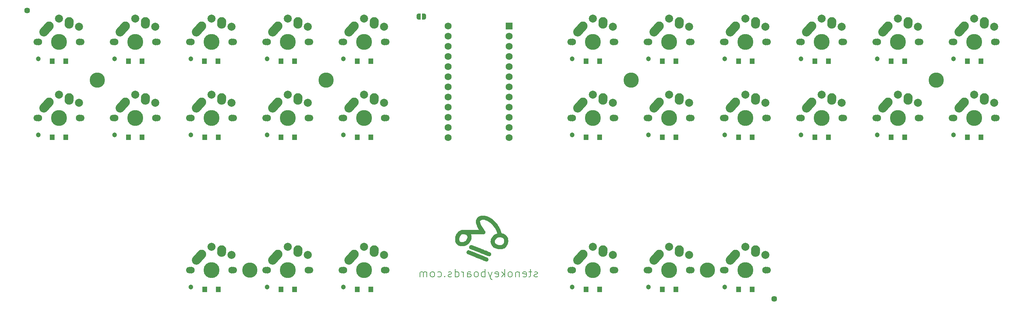
<source format=gbs>
G04 #@! TF.GenerationSoftware,KiCad,Pcbnew,(5.99.0-10034-g38c849bde7)*
G04 #@! TF.CreationDate,2021-04-09T15:09:09-07:00*
G04 #@! TF.ProjectId,unisplit_orthosteno,756e6973-706c-4697-945f-6f7274686f73,rev?*
G04 #@! TF.SameCoordinates,Original*
G04 #@! TF.FileFunction,Soldermask,Bot*
G04 #@! TF.FilePolarity,Negative*
%FSLAX46Y46*%
G04 Gerber Fmt 4.6, Leading zero omitted, Abs format (unit mm)*
G04 Created by KiCad (PCBNEW (5.99.0-10034-g38c849bde7)) date 2021-04-09 15:09:09*
%MOMM*%
%LPD*%
G01*
G04 APERTURE LIST*
G04 Aperture macros list*
%AMHorizOval*
0 Thick line with rounded ends*
0 $1 width*
0 $2 $3 position (X,Y) of the first rounded end (center of the circle)*
0 $4 $5 position (X,Y) of the second rounded end (center of the circle)*
0 Add line between two ends*
20,1,$1,$2,$3,$4,$5,0*
0 Add two circle primitives to create the rounded ends*
1,1,$1,$2,$3*
1,1,$1,$4,$5*%
%AMFreePoly0*
4,1,22,0.500000,-0.750000,0.000000,-0.750000,0.000000,-0.745033,-0.079941,-0.743568,-0.215256,-0.701293,-0.333266,-0.622738,-0.424486,-0.514219,-0.481581,-0.384460,-0.499164,-0.250000,-0.500000,-0.250000,-0.500000,0.250000,-0.499164,0.250000,-0.499963,0.256109,-0.478152,0.396186,-0.417904,0.524511,-0.324060,0.630769,-0.204165,0.706417,-0.067858,0.745374,0.000000,0.744959,0.000000,0.750000,
0.500000,0.750000,0.500000,-0.750000,0.500000,-0.750000,$1*%
%AMFreePoly1*
4,1,20,0.000000,0.744959,0.073905,0.744508,0.209726,0.703889,0.328688,0.626782,0.421226,0.519385,0.479903,0.390333,0.500000,0.250000,0.500000,-0.250000,0.499851,-0.262216,0.476331,-0.402017,0.414519,-0.529596,0.319384,-0.634700,0.198574,-0.708877,0.061801,-0.746166,0.000000,-0.745033,0.000000,-0.750000,-0.500000,-0.750000,-0.500000,0.750000,0.000000,0.750000,0.000000,0.744959,
0.000000,0.744959,$1*%
G04 Aperture macros list end*
%ADD10C,0.200000*%
%ADD11C,1.448000*%
%ADD12C,1.200000*%
%ADD13C,1.700000*%
%ADD14C,1.750000*%
%ADD15C,3.987800*%
%ADD16HorizOval,2.250000X0.019771X0.290016X-0.019771X-0.290016X0*%
%ADD17C,2.000000*%
%ADD18C,2.250000*%
%ADD19HorizOval,2.250000X0.654995X0.730004X-0.654995X-0.730004X0*%
%ADD20C,3.800000*%
%ADD21FreePoly0,0.000000*%
%ADD22FreePoly1,0.000000*%
%ADD23R,1.200000X1.400000*%
%ADD24R,1.752600X1.752600*%
%ADD25C,1.752600*%
G04 APERTURE END LIST*
D10*
X156795535Y-128603273D02*
X156605059Y-128698511D01*
X156224107Y-128698511D01*
X156033630Y-128603273D01*
X155938392Y-128412797D01*
X155938392Y-128317559D01*
X156033630Y-128127083D01*
X156224107Y-128031845D01*
X156509821Y-128031845D01*
X156700297Y-127936607D01*
X156795535Y-127746130D01*
X156795535Y-127650892D01*
X156700297Y-127460416D01*
X156509821Y-127365178D01*
X156224107Y-127365178D01*
X156033630Y-127460416D01*
X155366964Y-127365178D02*
X154605059Y-127365178D01*
X155081250Y-126698511D02*
X155081250Y-128412797D01*
X154986011Y-128603273D01*
X154795535Y-128698511D01*
X154605059Y-128698511D01*
X153176488Y-128603273D02*
X153366964Y-128698511D01*
X153747916Y-128698511D01*
X153938392Y-128603273D01*
X154033630Y-128412797D01*
X154033630Y-127650892D01*
X153938392Y-127460416D01*
X153747916Y-127365178D01*
X153366964Y-127365178D01*
X153176488Y-127460416D01*
X153081250Y-127650892D01*
X153081250Y-127841369D01*
X154033630Y-128031845D01*
X152224107Y-127365178D02*
X152224107Y-128698511D01*
X152224107Y-127555654D02*
X152128869Y-127460416D01*
X151938392Y-127365178D01*
X151652678Y-127365178D01*
X151462202Y-127460416D01*
X151366964Y-127650892D01*
X151366964Y-128698511D01*
X150128869Y-128698511D02*
X150319345Y-128603273D01*
X150414583Y-128508035D01*
X150509821Y-128317559D01*
X150509821Y-127746130D01*
X150414583Y-127555654D01*
X150319345Y-127460416D01*
X150128869Y-127365178D01*
X149843154Y-127365178D01*
X149652678Y-127460416D01*
X149557440Y-127555654D01*
X149462202Y-127746130D01*
X149462202Y-128317559D01*
X149557440Y-128508035D01*
X149652678Y-128603273D01*
X149843154Y-128698511D01*
X150128869Y-128698511D01*
X148605059Y-128698511D02*
X148605059Y-126698511D01*
X148414583Y-127936607D02*
X147843154Y-128698511D01*
X147843154Y-127365178D02*
X148605059Y-128127083D01*
X146224107Y-128603273D02*
X146414583Y-128698511D01*
X146795535Y-128698511D01*
X146986011Y-128603273D01*
X147081250Y-128412797D01*
X147081250Y-127650892D01*
X146986011Y-127460416D01*
X146795535Y-127365178D01*
X146414583Y-127365178D01*
X146224107Y-127460416D01*
X146128869Y-127650892D01*
X146128869Y-127841369D01*
X147081250Y-128031845D01*
X145462202Y-127365178D02*
X144986011Y-128698511D01*
X144509821Y-127365178D02*
X144986011Y-128698511D01*
X145176488Y-129174702D01*
X145271726Y-129269940D01*
X145462202Y-129365178D01*
X143747916Y-128698511D02*
X143747916Y-126698511D01*
X143747916Y-127460416D02*
X143557440Y-127365178D01*
X143176488Y-127365178D01*
X142986011Y-127460416D01*
X142890773Y-127555654D01*
X142795535Y-127746130D01*
X142795535Y-128317559D01*
X142890773Y-128508035D01*
X142986011Y-128603273D01*
X143176488Y-128698511D01*
X143557440Y-128698511D01*
X143747916Y-128603273D01*
X141652678Y-128698511D02*
X141843154Y-128603273D01*
X141938392Y-128508035D01*
X142033630Y-128317559D01*
X142033630Y-127746130D01*
X141938392Y-127555654D01*
X141843154Y-127460416D01*
X141652678Y-127365178D01*
X141366964Y-127365178D01*
X141176488Y-127460416D01*
X141081250Y-127555654D01*
X140986011Y-127746130D01*
X140986011Y-128317559D01*
X141081250Y-128508035D01*
X141176488Y-128603273D01*
X141366964Y-128698511D01*
X141652678Y-128698511D01*
X139271726Y-128698511D02*
X139271726Y-127650892D01*
X139366964Y-127460416D01*
X139557440Y-127365178D01*
X139938392Y-127365178D01*
X140128869Y-127460416D01*
X139271726Y-128603273D02*
X139462202Y-128698511D01*
X139938392Y-128698511D01*
X140128869Y-128603273D01*
X140224107Y-128412797D01*
X140224107Y-128222321D01*
X140128869Y-128031845D01*
X139938392Y-127936607D01*
X139462202Y-127936607D01*
X139271726Y-127841369D01*
X138319345Y-128698511D02*
X138319345Y-127365178D01*
X138319345Y-127746130D02*
X138224107Y-127555654D01*
X138128869Y-127460416D01*
X137938392Y-127365178D01*
X137747916Y-127365178D01*
X136224107Y-128698511D02*
X136224107Y-126698511D01*
X136224107Y-128603273D02*
X136414583Y-128698511D01*
X136795535Y-128698511D01*
X136986011Y-128603273D01*
X137081250Y-128508035D01*
X137176488Y-128317559D01*
X137176488Y-127746130D01*
X137081250Y-127555654D01*
X136986011Y-127460416D01*
X136795535Y-127365178D01*
X136414583Y-127365178D01*
X136224107Y-127460416D01*
X135366964Y-128603273D02*
X135176488Y-128698511D01*
X134795535Y-128698511D01*
X134605059Y-128603273D01*
X134509821Y-128412797D01*
X134509821Y-128317559D01*
X134605059Y-128127083D01*
X134795535Y-128031845D01*
X135081250Y-128031845D01*
X135271726Y-127936607D01*
X135366964Y-127746130D01*
X135366964Y-127650892D01*
X135271726Y-127460416D01*
X135081250Y-127365178D01*
X134795535Y-127365178D01*
X134605059Y-127460416D01*
X133652678Y-128508035D02*
X133557440Y-128603273D01*
X133652678Y-128698511D01*
X133747916Y-128603273D01*
X133652678Y-128508035D01*
X133652678Y-128698511D01*
X131843154Y-128603273D02*
X132033630Y-128698511D01*
X132414583Y-128698511D01*
X132605059Y-128603273D01*
X132700297Y-128508035D01*
X132795535Y-128317559D01*
X132795535Y-127746130D01*
X132700297Y-127555654D01*
X132605059Y-127460416D01*
X132414583Y-127365178D01*
X132033630Y-127365178D01*
X131843154Y-127460416D01*
X130700297Y-128698511D02*
X130890773Y-128603273D01*
X130986011Y-128508035D01*
X131081250Y-128317559D01*
X131081250Y-127746130D01*
X130986011Y-127555654D01*
X130890773Y-127460416D01*
X130700297Y-127365178D01*
X130414583Y-127365178D01*
X130224107Y-127460416D01*
X130128869Y-127555654D01*
X130033630Y-127746130D01*
X130033630Y-128317559D01*
X130128869Y-128508035D01*
X130224107Y-128603273D01*
X130414583Y-128698511D01*
X130700297Y-128698511D01*
X129176488Y-128698511D02*
X129176488Y-127365178D01*
X129176488Y-127555654D02*
X129081250Y-127460416D01*
X128890773Y-127365178D01*
X128605059Y-127365178D01*
X128414583Y-127460416D01*
X128319345Y-127650892D01*
X128319345Y-128698511D01*
X128319345Y-127650892D02*
X128224107Y-127460416D01*
X128033630Y-127365178D01*
X127747916Y-127365178D01*
X127557440Y-127460416D01*
X127462202Y-127650892D01*
X127462202Y-128698511D01*
G36*
X139635609Y-121992910D02*
G01*
X139651822Y-121994341D01*
X139669178Y-121996713D01*
X139689012Y-122000541D01*
X139712657Y-122006341D01*
X139741446Y-122014629D01*
X139776712Y-122025920D01*
X139819791Y-122040731D01*
X139872014Y-122059578D01*
X139934715Y-122082977D01*
X140009228Y-122111443D01*
X140096886Y-122145493D01*
X140199023Y-122185642D01*
X140316973Y-122232406D01*
X140452068Y-122286301D01*
X140605642Y-122347844D01*
X140779029Y-122417550D01*
X140973562Y-122495935D01*
X141190575Y-122583514D01*
X141431400Y-122680805D01*
X141697373Y-122788323D01*
X141989826Y-122906583D01*
X142166677Y-122978123D01*
X142410510Y-123076827D01*
X142646283Y-123172345D01*
X142872474Y-123264060D01*
X143087564Y-123351352D01*
X143290033Y-123433601D01*
X143478360Y-123510188D01*
X143651026Y-123580496D01*
X143806509Y-123643903D01*
X143943290Y-123699791D01*
X144059849Y-123747542D01*
X144154665Y-123786535D01*
X144226218Y-123816152D01*
X144272987Y-123835773D01*
X144293453Y-123844780D01*
X144349748Y-123882302D01*
X144414641Y-123942953D01*
X144472779Y-124013977D01*
X144515398Y-124085854D01*
X144519656Y-124095750D01*
X144539417Y-124169398D01*
X144548762Y-124258576D01*
X144547711Y-124352467D01*
X144536288Y-124440254D01*
X144514516Y-124511118D01*
X144470304Y-124587837D01*
X144390242Y-124678215D01*
X144290485Y-124751275D01*
X144175965Y-124802767D01*
X144154784Y-124808430D01*
X144086547Y-124817413D01*
X144007723Y-124817857D01*
X143997190Y-124817096D01*
X143981098Y-124815071D01*
X143962112Y-124811459D01*
X143938922Y-124805750D01*
X143910216Y-124797435D01*
X143874681Y-124786003D01*
X143831008Y-124770946D01*
X143777885Y-124751753D01*
X143714000Y-124727915D01*
X143638042Y-124698922D01*
X143548699Y-124664265D01*
X143444662Y-124623434D01*
X143324617Y-124575919D01*
X143187254Y-124521212D01*
X143031261Y-124458801D01*
X142855328Y-124388178D01*
X142658142Y-124308832D01*
X142438392Y-124220255D01*
X142194768Y-124121937D01*
X141925958Y-124013367D01*
X141630649Y-123894037D01*
X141430076Y-123812905D01*
X141185174Y-123713651D01*
X140948441Y-123617498D01*
X140721389Y-123525070D01*
X140505531Y-123436989D01*
X140302381Y-123353878D01*
X140113451Y-123276362D01*
X139940254Y-123205062D01*
X139784303Y-123140602D01*
X139647112Y-123083604D01*
X139530192Y-123034693D01*
X139435058Y-122994490D01*
X139363221Y-122963619D01*
X139316196Y-122942704D01*
X139295494Y-122932367D01*
X139277975Y-122919288D01*
X139227849Y-122873760D01*
X139185771Y-122825557D01*
X139157278Y-122783031D01*
X139105345Y-122671098D01*
X139081035Y-122554796D01*
X139083973Y-122438083D01*
X139113782Y-122324917D01*
X139170083Y-122219257D01*
X139252500Y-122125061D01*
X139320617Y-122069965D01*
X139412506Y-122020095D01*
X139512092Y-121995107D01*
X139626860Y-121992346D01*
X139635609Y-121992910D01*
G37*
G36*
X149511991Y-119803064D02*
G01*
X149506325Y-119913866D01*
X149497777Y-120009393D01*
X149486408Y-120082342D01*
X149461982Y-120185695D01*
X149385558Y-120431373D01*
X149287197Y-120662186D01*
X149168206Y-120876194D01*
X149029894Y-121071460D01*
X148873569Y-121246047D01*
X148700539Y-121398017D01*
X148512114Y-121525431D01*
X148393526Y-121587472D01*
X148221863Y-121657669D01*
X148041432Y-121712132D01*
X147863482Y-121747016D01*
X147810066Y-121752099D01*
X147722203Y-121755696D01*
X147616330Y-121756489D01*
X147498992Y-121754659D01*
X147376729Y-121750382D01*
X147256085Y-121743839D01*
X147143602Y-121735207D01*
X147045821Y-121724667D01*
X147002405Y-121718758D01*
X146729968Y-121668083D01*
X146473463Y-121596389D01*
X146234609Y-121504421D01*
X146015125Y-121392927D01*
X145816729Y-121262653D01*
X145641142Y-121114348D01*
X145532729Y-121002608D01*
X145397587Y-120833223D01*
X145288461Y-120653505D01*
X145203131Y-120459621D01*
X145139376Y-120247733D01*
X145134330Y-120225314D01*
X145116992Y-120115073D01*
X145106257Y-119987036D01*
X145102222Y-119850505D01*
X145103502Y-119787699D01*
X146149422Y-119787699D01*
X146149696Y-119932403D01*
X146177487Y-120067018D01*
X146232179Y-120190857D01*
X146313157Y-120303237D01*
X146419808Y-120403472D01*
X146551515Y-120490876D01*
X146707664Y-120564765D01*
X146887641Y-120624453D01*
X147090830Y-120669254D01*
X147112716Y-120672895D01*
X147218366Y-120687149D01*
X147331440Y-120697822D01*
X147445761Y-120704724D01*
X147555153Y-120707664D01*
X147653441Y-120706454D01*
X147734448Y-120700902D01*
X147792000Y-120690819D01*
X147918285Y-120643560D01*
X148051817Y-120564554D01*
X148170713Y-120460777D01*
X148273626Y-120333667D01*
X148359207Y-120184658D01*
X148426110Y-120015188D01*
X148442310Y-119951529D01*
X148458435Y-119847517D01*
X148467634Y-119731857D01*
X148469507Y-119614654D01*
X148463659Y-119506013D01*
X148449690Y-119416039D01*
X148416885Y-119306544D01*
X148350649Y-119167901D01*
X148261672Y-119048295D01*
X148150738Y-118948718D01*
X148018632Y-118870162D01*
X147976588Y-118850680D01*
X147892933Y-118816141D01*
X147813205Y-118790737D01*
X147730646Y-118773220D01*
X147638496Y-118762340D01*
X147529997Y-118756847D01*
X147398390Y-118755491D01*
X147386754Y-118755516D01*
X147292428Y-118755962D01*
X147221064Y-118757318D01*
X147166294Y-118760332D01*
X147121751Y-118765749D01*
X147081067Y-118774317D01*
X147037876Y-118786784D01*
X146985809Y-118803895D01*
X146878874Y-118844662D01*
X146708414Y-118932547D01*
X146556768Y-119041232D01*
X146425709Y-119168878D01*
X146317008Y-119313645D01*
X146232437Y-119473694D01*
X146173765Y-119647185D01*
X146149422Y-119787699D01*
X145103502Y-119787699D01*
X145104987Y-119714784D01*
X145114650Y-119589176D01*
X145131307Y-119482986D01*
X145176249Y-119310881D01*
X145260656Y-119079322D01*
X145369097Y-118856582D01*
X145498299Y-118650092D01*
X145554513Y-118576848D01*
X145639577Y-118479103D01*
X145736955Y-118377578D01*
X145839661Y-118279200D01*
X145940712Y-118190897D01*
X146033122Y-118119598D01*
X146067965Y-118095886D01*
X146159171Y-118039309D01*
X146262170Y-117981278D01*
X146369666Y-117925496D01*
X146474362Y-117875662D01*
X146568962Y-117835478D01*
X146646169Y-117808645D01*
X146695653Y-117792100D01*
X146732166Y-117774700D01*
X146745762Y-117760542D01*
X146745397Y-117756062D01*
X146737850Y-117723031D01*
X146721906Y-117668615D01*
X146699360Y-117598083D01*
X146672012Y-117516705D01*
X146641658Y-117429754D01*
X146610096Y-117342498D01*
X146579124Y-117260208D01*
X146550539Y-117188155D01*
X146514996Y-117103785D01*
X146346933Y-116751654D01*
X146153524Y-116415416D01*
X145934550Y-116094742D01*
X145689788Y-115789302D01*
X145419019Y-115498766D01*
X145223490Y-115313634D01*
X144983204Y-115111492D01*
X144737945Y-114931551D01*
X144489555Y-114774774D01*
X144239874Y-114642125D01*
X143990745Y-114534565D01*
X143744008Y-114453059D01*
X143501505Y-114398570D01*
X143265077Y-114372061D01*
X143184852Y-114369893D01*
X143017351Y-114378716D01*
X142861607Y-114405106D01*
X142724553Y-114448089D01*
X142668403Y-114472869D01*
X142590806Y-114518797D01*
X142536354Y-114572520D01*
X142501768Y-114639159D01*
X142483772Y-114723835D01*
X142479090Y-114831667D01*
X142480181Y-114870682D01*
X142499608Y-115032492D01*
X142542897Y-115210814D01*
X142609654Y-115404849D01*
X142699483Y-115613799D01*
X142811986Y-115836863D01*
X142946770Y-116073243D01*
X143103438Y-116322139D01*
X143281593Y-116582753D01*
X143480841Y-116854285D01*
X143546448Y-116941176D01*
X143621191Y-117041775D01*
X143680373Y-117124655D01*
X143725701Y-117193216D01*
X143758886Y-117250857D01*
X143781633Y-117300979D01*
X143795653Y-117346981D01*
X143802653Y-117392262D01*
X143804341Y-117440222D01*
X143802425Y-117494261D01*
X143796491Y-117550535D01*
X143763321Y-117668348D01*
X143703956Y-117773331D01*
X143620020Y-117863011D01*
X143513135Y-117934918D01*
X143437611Y-117974786D01*
X141819538Y-117978800D01*
X141573783Y-117979427D01*
X141345472Y-117980067D01*
X141143939Y-117980724D01*
X140967539Y-117981426D01*
X140814624Y-117982207D01*
X140683548Y-117983095D01*
X140572663Y-117984123D01*
X140480323Y-117985320D01*
X140404881Y-117986718D01*
X140344690Y-117988347D01*
X140298103Y-117990238D01*
X140263474Y-117992421D01*
X140239155Y-117994928D01*
X140223500Y-117997790D01*
X140214862Y-118001036D01*
X140211594Y-118004698D01*
X140212049Y-118008806D01*
X140233363Y-118064852D01*
X140266757Y-118164884D01*
X140297355Y-118269690D01*
X140320585Y-118364291D01*
X140321561Y-118368951D01*
X140336750Y-118472464D01*
X140345079Y-118595608D01*
X140345908Y-118665958D01*
X140346654Y-118729300D01*
X140341582Y-118864457D01*
X140329969Y-118991996D01*
X140311922Y-119102834D01*
X140291561Y-119190795D01*
X140214557Y-119441317D01*
X140112036Y-119677605D01*
X139983154Y-119901186D01*
X139827072Y-120113586D01*
X139642947Y-120316331D01*
X139555132Y-120400851D01*
X139365281Y-120560867D01*
X139169775Y-120694091D01*
X138964730Y-120802713D01*
X138746260Y-120888924D01*
X138510480Y-120954915D01*
X138435510Y-120968577D01*
X138328770Y-120981107D01*
X138207395Y-120990047D01*
X138079502Y-120995092D01*
X137953211Y-120995939D01*
X137836640Y-120992285D01*
X137737907Y-120983825D01*
X137709372Y-120980055D01*
X137475232Y-120934466D01*
X137259000Y-120864914D01*
X137060330Y-120771239D01*
X136878877Y-120653282D01*
X136714295Y-120510884D01*
X136706001Y-120502625D01*
X136568128Y-120347280D01*
X136455335Y-120181557D01*
X136365944Y-120002120D01*
X136298278Y-119805631D01*
X136250658Y-119588752D01*
X136244857Y-119549001D01*
X136234355Y-119429058D01*
X136230741Y-119307754D01*
X137277359Y-119307754D01*
X137295246Y-119451348D01*
X137332390Y-119579436D01*
X137388523Y-119689300D01*
X137463377Y-119778221D01*
X137479855Y-119793127D01*
X137534073Y-119836428D01*
X137588999Y-119868477D01*
X137654330Y-119894195D01*
X137739763Y-119918506D01*
X137747354Y-119920392D01*
X137853193Y-119938393D01*
X137975271Y-119947038D01*
X138102392Y-119946355D01*
X138223361Y-119936369D01*
X138326980Y-119917107D01*
X138498372Y-119857911D01*
X138664129Y-119771276D01*
X138816529Y-119661355D01*
X138953013Y-119530963D01*
X139071017Y-119382912D01*
X139167980Y-119220018D01*
X139241339Y-119045095D01*
X139288533Y-118860956D01*
X139295570Y-118814849D01*
X139301712Y-118665958D01*
X139281148Y-118528761D01*
X139234544Y-118404679D01*
X139162561Y-118295132D01*
X139065864Y-118201541D01*
X138945114Y-118125326D01*
X138872877Y-118092919D01*
X138728103Y-118045884D01*
X138562480Y-118011222D01*
X138380481Y-117989776D01*
X138186577Y-117982388D01*
X138114227Y-117982628D01*
X138053126Y-117984247D01*
X138008132Y-117988407D01*
X137971829Y-117996264D01*
X137936798Y-118008972D01*
X137895623Y-118027686D01*
X137862235Y-118045153D01*
X137764296Y-118114721D01*
X137668129Y-118208726D01*
X137576763Y-118323083D01*
X137493228Y-118453710D01*
X137420551Y-118596523D01*
X137361763Y-118747438D01*
X137341917Y-118811121D01*
X137300426Y-118984922D01*
X137278996Y-119151373D01*
X137277359Y-119307754D01*
X136230741Y-119307754D01*
X136230281Y-119292302D01*
X136232390Y-119147701D01*
X136240438Y-119004226D01*
X136254179Y-118870846D01*
X136273368Y-118756530D01*
X136282539Y-118715159D01*
X136352692Y-118460094D01*
X136442678Y-118218324D01*
X136551081Y-117991612D01*
X136676482Y-117781720D01*
X136817464Y-117590413D01*
X136972610Y-117419451D01*
X137140502Y-117270598D01*
X137319723Y-117145616D01*
X137508856Y-117046269D01*
X137706482Y-116974318D01*
X137826506Y-116939954D01*
X140035829Y-116932266D01*
X142245151Y-116924579D01*
X142189450Y-116842063D01*
X142130827Y-116752149D01*
X142040301Y-116603202D01*
X141947901Y-116440627D01*
X141857614Y-116271943D01*
X141773426Y-116104668D01*
X141699323Y-115946321D01*
X141639291Y-115804419D01*
X141565223Y-115600179D01*
X141492504Y-115346142D01*
X141446444Y-115105195D01*
X141427071Y-114877506D01*
X141434417Y-114663245D01*
X141445660Y-114573382D01*
X141490346Y-114368092D01*
X141559623Y-114179857D01*
X141653272Y-114008903D01*
X141771072Y-113855454D01*
X141912804Y-113719734D01*
X142078247Y-113601967D01*
X142267181Y-113502378D01*
X142479386Y-113421191D01*
X142714642Y-113358631D01*
X142748585Y-113352057D01*
X142859585Y-113337404D01*
X142989948Y-113327913D01*
X143132186Y-113323589D01*
X143278814Y-113324437D01*
X143422343Y-113330460D01*
X143555286Y-113341665D01*
X143670156Y-113358054D01*
X143690862Y-113361922D01*
X144006877Y-113436697D01*
X144321639Y-113540119D01*
X144633552Y-113670914D01*
X144941018Y-113827811D01*
X145242437Y-114009536D01*
X145536212Y-114214817D01*
X145820746Y-114442380D01*
X146094439Y-114690955D01*
X146355694Y-114959266D01*
X146602912Y-115246043D01*
X146834496Y-115550013D01*
X147048848Y-115869902D01*
X147244368Y-116204438D01*
X147262254Y-116237670D01*
X147376168Y-116464457D01*
X147485439Y-116707247D01*
X147587073Y-116958295D01*
X147678077Y-117209861D01*
X147755458Y-117454201D01*
X147816222Y-117683572D01*
X147819727Y-117695545D01*
X147830280Y-117711428D01*
X147851803Y-117723430D01*
X147890510Y-117734462D01*
X147952615Y-117747431D01*
X147952883Y-117747484D01*
X148135974Y-117793331D01*
X148323322Y-117858314D01*
X148501107Y-117937641D01*
X148570911Y-117974626D01*
X148768668Y-118101258D01*
X148946052Y-118249311D01*
X149102081Y-118417476D01*
X149235778Y-118604442D01*
X149346163Y-118808898D01*
X149432257Y-119029534D01*
X149493080Y-119265040D01*
X149495008Y-119275453D01*
X149504645Y-119353118D01*
X149511102Y-119452013D01*
X149514439Y-119564836D01*
X149514554Y-119614654D01*
X149514715Y-119684287D01*
X149511991Y-119803064D01*
G37*
G36*
X142634953Y-121595589D02*
G01*
X142798803Y-121659489D01*
X143044294Y-121755277D01*
X143282039Y-121848102D01*
X143510483Y-121937354D01*
X143728072Y-122022424D01*
X143933249Y-122102702D01*
X144124461Y-122177579D01*
X144300151Y-122246444D01*
X144458766Y-122308689D01*
X144598750Y-122363703D01*
X144718548Y-122410877D01*
X144816606Y-122449602D01*
X144891367Y-122479268D01*
X144941278Y-122499264D01*
X144964783Y-122508982D01*
X145037606Y-122550680D01*
X145125006Y-122628080D01*
X145135712Y-122640148D01*
X145203126Y-122739336D01*
X145244497Y-122846513D01*
X145260902Y-122957658D01*
X145253422Y-123068748D01*
X145223137Y-123175764D01*
X145171126Y-123274685D01*
X145098469Y-123361490D01*
X145006245Y-123432157D01*
X144895535Y-123482666D01*
X144872227Y-123488758D01*
X144802826Y-123497348D01*
X144720363Y-123497650D01*
X144718338Y-123497547D01*
X144702773Y-123496401D01*
X144685777Y-123494251D01*
X144666026Y-123490603D01*
X144642192Y-123484960D01*
X144612950Y-123476828D01*
X144576974Y-123465712D01*
X144532937Y-123451116D01*
X144479513Y-123432545D01*
X144415376Y-123409505D01*
X144339199Y-123381499D01*
X144249658Y-123348033D01*
X144145425Y-123308611D01*
X144025174Y-123262738D01*
X143887579Y-123209920D01*
X143731315Y-123149660D01*
X143555054Y-123081464D01*
X143357471Y-123004836D01*
X143137240Y-122919281D01*
X142893033Y-122824305D01*
X142623526Y-122719411D01*
X142327392Y-122604105D01*
X142127946Y-122526391D01*
X141881967Y-122430417D01*
X141644194Y-122337502D01*
X141416148Y-122248249D01*
X141199349Y-122163256D01*
X140995317Y-122083123D01*
X140805573Y-122008451D01*
X140631638Y-121939839D01*
X140475031Y-121877887D01*
X140337274Y-121823196D01*
X140219886Y-121776364D01*
X140124388Y-121737993D01*
X140052301Y-121708681D01*
X140005145Y-121689029D01*
X139984440Y-121679637D01*
X139977930Y-121675734D01*
X139904431Y-121617427D01*
X139836361Y-121539164D01*
X139781723Y-121450012D01*
X139780821Y-121448180D01*
X139763902Y-121407892D01*
X139753658Y-121365634D01*
X139748570Y-121312087D01*
X139747117Y-121237928D01*
X139747286Y-121197312D01*
X139749633Y-121138476D01*
X139756172Y-121094647D01*
X139768730Y-121056043D01*
X139789131Y-121012884D01*
X139845055Y-120924211D01*
X139932630Y-120832558D01*
X140037105Y-120763901D01*
X140049707Y-120757696D01*
X140093944Y-120738750D01*
X140136121Y-120727743D01*
X140186910Y-120722604D01*
X140256984Y-120721265D01*
X140392011Y-120721056D01*
X142634953Y-121595589D01*
G37*
D11*
X215900000Y-134143750D03*
X29368750Y-61912500D03*
D12*
X32086250Y-74050000D03*
D13*
X42806250Y-69850000D03*
D14*
X32226250Y-69850000D03*
X42386250Y-69850000D03*
D13*
X31806250Y-69850000D03*
D15*
X37306250Y-69850000D03*
D16*
X39826021Y-65059984D03*
D17*
X42306250Y-66050000D03*
D18*
X39846250Y-64770000D03*
X34806250Y-65850000D03*
D19*
X34151245Y-66579996D03*
D17*
X37306250Y-63950000D03*
D14*
X61436250Y-69850000D03*
D15*
X56356250Y-69850000D03*
D13*
X61856250Y-69850000D03*
D14*
X51276250Y-69850000D03*
D12*
X51136250Y-74050000D03*
D13*
X50856250Y-69850000D03*
D16*
X58876021Y-65059984D03*
D18*
X58896250Y-64770000D03*
D17*
X61356250Y-66050000D03*
D18*
X53856250Y-65850000D03*
D19*
X53201245Y-66579996D03*
D17*
X56356250Y-63950000D03*
D14*
X80486250Y-69850000D03*
D15*
X75406250Y-69850000D03*
D14*
X70326250Y-69850000D03*
D13*
X69906250Y-69850000D03*
X80906250Y-69850000D03*
D12*
X70186250Y-74050000D03*
D16*
X77926021Y-65059984D03*
D18*
X77946250Y-64770000D03*
D17*
X80406250Y-66050000D03*
X75406250Y-63950000D03*
D19*
X72251245Y-66579996D03*
D18*
X72906250Y-65850000D03*
D12*
X89236250Y-74050000D03*
D15*
X94456250Y-69850000D03*
D13*
X88956250Y-69850000D03*
D14*
X89376250Y-69850000D03*
X99536250Y-69850000D03*
D13*
X99956250Y-69850000D03*
D17*
X99456250Y-66050000D03*
D16*
X96976021Y-65059984D03*
D18*
X96996250Y-64770000D03*
D17*
X94456250Y-63950000D03*
D18*
X91956250Y-65850000D03*
D19*
X91301245Y-66579996D03*
D15*
X113506250Y-69850000D03*
D12*
X108286250Y-74050000D03*
D14*
X108426250Y-69850000D03*
X118586250Y-69850000D03*
D13*
X108006250Y-69850000D03*
X119006250Y-69850000D03*
D16*
X116026021Y-65059984D03*
D18*
X116046250Y-64770000D03*
D17*
X118506250Y-66050000D03*
D19*
X110351245Y-66579996D03*
D18*
X111006250Y-65850000D03*
D17*
X113506250Y-63950000D03*
D14*
X175736250Y-69850000D03*
D12*
X165436250Y-74050000D03*
D13*
X165156250Y-69850000D03*
D14*
X165576250Y-69850000D03*
D13*
X176156250Y-69850000D03*
D15*
X170656250Y-69850000D03*
D18*
X173196250Y-64770000D03*
D17*
X175656250Y-66050000D03*
D16*
X173176021Y-65059984D03*
D18*
X168156250Y-65850000D03*
D17*
X170656250Y-63950000D03*
D19*
X167501245Y-66579996D03*
D14*
X184626250Y-69850000D03*
D15*
X189706250Y-69850000D03*
D14*
X194786250Y-69850000D03*
D12*
X184486250Y-74050000D03*
D13*
X184206250Y-69850000D03*
X195206250Y-69850000D03*
D18*
X192246250Y-64770000D03*
D17*
X194706250Y-66050000D03*
D16*
X192226021Y-65059984D03*
D19*
X186551245Y-66579996D03*
D17*
X189706250Y-63950000D03*
D18*
X187206250Y-65850000D03*
D13*
X203256250Y-69850000D03*
D14*
X213836250Y-69850000D03*
D13*
X214256250Y-69850000D03*
D14*
X203676250Y-69850000D03*
D12*
X203536250Y-74050000D03*
D15*
X208756250Y-69850000D03*
D17*
X213756250Y-66050000D03*
D18*
X211296250Y-64770000D03*
D16*
X211276021Y-65059984D03*
D19*
X205601245Y-66579996D03*
D17*
X208756250Y-63950000D03*
D18*
X206256250Y-65850000D03*
D12*
X222586250Y-74050000D03*
D14*
X222726250Y-69850000D03*
X232886250Y-69850000D03*
D15*
X227806250Y-69850000D03*
D13*
X222306250Y-69850000D03*
X233306250Y-69850000D03*
D17*
X232806250Y-66050000D03*
D16*
X230326021Y-65059984D03*
D18*
X230346250Y-64770000D03*
X225306250Y-65850000D03*
D19*
X224651245Y-66579996D03*
D17*
X227806250Y-63950000D03*
D13*
X241356250Y-69850000D03*
D12*
X241636250Y-74050000D03*
D14*
X251936250Y-69850000D03*
X241776250Y-69850000D03*
D13*
X252356250Y-69850000D03*
D15*
X246856250Y-69850000D03*
D17*
X251856250Y-66050000D03*
D16*
X249376021Y-65059984D03*
D18*
X249396250Y-64770000D03*
X244356250Y-65850000D03*
D17*
X246856250Y-63950000D03*
D19*
X243701245Y-66579996D03*
D13*
X271406250Y-69850000D03*
D12*
X260686250Y-74050000D03*
D13*
X260406250Y-69850000D03*
D14*
X270986250Y-69850000D03*
X260826250Y-69850000D03*
D15*
X265906250Y-69850000D03*
D18*
X268446250Y-64770000D03*
D17*
X270906250Y-66050000D03*
D16*
X268426021Y-65059984D03*
D18*
X263406250Y-65850000D03*
D17*
X265906250Y-63950000D03*
D19*
X262751245Y-66579996D03*
D14*
X42386250Y-88900000D03*
D13*
X42806250Y-88900000D03*
X31806250Y-88900000D03*
D12*
X32086250Y-93100000D03*
D15*
X37306250Y-88900000D03*
D14*
X32226250Y-88900000D03*
D16*
X39826021Y-84109984D03*
D18*
X39846250Y-83820000D03*
D17*
X42306250Y-85100000D03*
D19*
X34151245Y-85629996D03*
D17*
X37306250Y-83000000D03*
D18*
X34806250Y-84900000D03*
D12*
X51136250Y-93100000D03*
D14*
X51276250Y-88900000D03*
D13*
X61856250Y-88900000D03*
X50856250Y-88900000D03*
D15*
X56356250Y-88900000D03*
D14*
X61436250Y-88900000D03*
D16*
X58876021Y-84109984D03*
D18*
X58896250Y-83820000D03*
D17*
X61356250Y-85100000D03*
X56356250Y-83000000D03*
D19*
X53201245Y-85629996D03*
D18*
X53856250Y-84900000D03*
D12*
X70186250Y-93100000D03*
D15*
X75406250Y-88900000D03*
D14*
X80486250Y-88900000D03*
D13*
X69906250Y-88900000D03*
X80906250Y-88900000D03*
D14*
X70326250Y-88900000D03*
D18*
X77946250Y-83820000D03*
D17*
X80406250Y-85100000D03*
D16*
X77926021Y-84109984D03*
D17*
X75406250Y-83000000D03*
D18*
X72906250Y-84900000D03*
D19*
X72251245Y-85629996D03*
D13*
X88956250Y-88900000D03*
D14*
X89376250Y-88900000D03*
D12*
X89236250Y-93100000D03*
D13*
X99956250Y-88900000D03*
D14*
X99536250Y-88900000D03*
D15*
X94456250Y-88900000D03*
D17*
X99456250Y-85100000D03*
D16*
X96976021Y-84109984D03*
D18*
X96996250Y-83820000D03*
D19*
X91301245Y-85629996D03*
D18*
X91956250Y-84900000D03*
D17*
X94456250Y-83000000D03*
D13*
X108006250Y-88900000D03*
D15*
X113506250Y-88900000D03*
D14*
X118586250Y-88900000D03*
D13*
X119006250Y-88900000D03*
D14*
X108426250Y-88900000D03*
D12*
X108286250Y-93100000D03*
D18*
X116046250Y-83820000D03*
D16*
X116026021Y-84109984D03*
D17*
X118506250Y-85100000D03*
D19*
X110351245Y-85629996D03*
D18*
X111006250Y-84900000D03*
D17*
X113506250Y-83000000D03*
D15*
X170656250Y-88900000D03*
D13*
X176156250Y-88900000D03*
D12*
X165436250Y-93100000D03*
D14*
X165576250Y-88900000D03*
D13*
X165156250Y-88900000D03*
D14*
X175736250Y-88900000D03*
D18*
X173196250Y-83820000D03*
D16*
X173176021Y-84109984D03*
D17*
X175656250Y-85100000D03*
D19*
X167501245Y-85629996D03*
D18*
X168156250Y-84900000D03*
D17*
X170656250Y-83000000D03*
D15*
X189706250Y-88900000D03*
D13*
X195206250Y-88900000D03*
D12*
X184486250Y-93100000D03*
D14*
X184626250Y-88900000D03*
X194786250Y-88900000D03*
D13*
X184206250Y-88900000D03*
D18*
X192246250Y-83820000D03*
D17*
X194706250Y-85100000D03*
D16*
X192226021Y-84109984D03*
D19*
X186551245Y-85629996D03*
D17*
X189706250Y-83000000D03*
D18*
X187206250Y-84900000D03*
D13*
X214256250Y-88900000D03*
X203256250Y-88900000D03*
D14*
X203676250Y-88900000D03*
X213836250Y-88900000D03*
D15*
X208756250Y-88900000D03*
D12*
X203536250Y-93100000D03*
D16*
X211276021Y-84109984D03*
D18*
X211296250Y-83820000D03*
D17*
X213756250Y-85100000D03*
X208756250Y-83000000D03*
D18*
X206256250Y-84900000D03*
D19*
X205601245Y-85629996D03*
D13*
X222306250Y-88900000D03*
D14*
X222726250Y-88900000D03*
D13*
X233306250Y-88900000D03*
D14*
X232886250Y-88900000D03*
D15*
X227806250Y-88900000D03*
D12*
X222586250Y-93100000D03*
D16*
X230326021Y-84109984D03*
D17*
X232806250Y-85100000D03*
D18*
X230346250Y-83820000D03*
D17*
X227806250Y-83000000D03*
D18*
X225306250Y-84900000D03*
D19*
X224651245Y-85629996D03*
D14*
X241776250Y-88900000D03*
D13*
X241356250Y-88900000D03*
D14*
X251936250Y-88900000D03*
D13*
X252356250Y-88900000D03*
D12*
X241636250Y-93100000D03*
D15*
X246856250Y-88900000D03*
D18*
X249396250Y-83820000D03*
D17*
X251856250Y-85100000D03*
D16*
X249376021Y-84109984D03*
D18*
X244356250Y-84900000D03*
D19*
X243701245Y-85629996D03*
D17*
X246856250Y-83000000D03*
D13*
X260406250Y-88900000D03*
D14*
X270986250Y-88900000D03*
D15*
X265906250Y-88900000D03*
D14*
X260826250Y-88900000D03*
D13*
X271406250Y-88900000D03*
D12*
X260686250Y-93100000D03*
D17*
X270906250Y-85100000D03*
D18*
X268446250Y-83820000D03*
D16*
X268426021Y-84109984D03*
D19*
X262751245Y-85629996D03*
D18*
X263406250Y-84900000D03*
D17*
X265906250Y-83000000D03*
D13*
X80906250Y-127000000D03*
D14*
X70326250Y-127000000D03*
D15*
X75406250Y-127000000D03*
D14*
X80486250Y-127000000D03*
D12*
X70186250Y-131200000D03*
D13*
X69906250Y-127000000D03*
D17*
X80406250Y-123200000D03*
D16*
X77926021Y-122209984D03*
D18*
X77946250Y-121920000D03*
X72906250Y-123000000D03*
D17*
X75406250Y-121100000D03*
D19*
X72251245Y-123729996D03*
D12*
X89236250Y-131200000D03*
D13*
X99956250Y-127000000D03*
X88956250Y-127000000D03*
D15*
X94456250Y-127000000D03*
D14*
X99536250Y-127000000D03*
X89376250Y-127000000D03*
D17*
X99456250Y-123200000D03*
D18*
X96996250Y-121920000D03*
D16*
X96976021Y-122209984D03*
D19*
X91301245Y-123729996D03*
D18*
X91956250Y-123000000D03*
D17*
X94456250Y-121100000D03*
D14*
X165576250Y-127000000D03*
D13*
X176156250Y-127000000D03*
D14*
X175736250Y-127000000D03*
D15*
X170656250Y-127000000D03*
D13*
X165156250Y-127000000D03*
D12*
X165436250Y-131200000D03*
D18*
X173196250Y-121920000D03*
D16*
X173176021Y-122209984D03*
D17*
X175656250Y-123200000D03*
D19*
X167501245Y-123729996D03*
D18*
X168156250Y-123000000D03*
D17*
X170656250Y-121100000D03*
D13*
X184206250Y-127000000D03*
X195206250Y-127000000D03*
D14*
X194786250Y-127000000D03*
D15*
X189706250Y-127000000D03*
D14*
X184626250Y-127000000D03*
D12*
X184486250Y-131200000D03*
D17*
X194706250Y-123200000D03*
D16*
X192226021Y-122209984D03*
D18*
X192246250Y-121920000D03*
D17*
X189706250Y-121100000D03*
D18*
X187206250Y-123000000D03*
D19*
X186551245Y-123729996D03*
D15*
X113506250Y-127000000D03*
D13*
X119006250Y-127000000D03*
D12*
X108286250Y-131200000D03*
D13*
X108006250Y-127000000D03*
D14*
X108426250Y-127000000D03*
X118586250Y-127000000D03*
D16*
X116026021Y-122209984D03*
D18*
X116046250Y-121920000D03*
D17*
X118506250Y-123200000D03*
X113506250Y-121100000D03*
D19*
X110351245Y-123729996D03*
D18*
X111006250Y-123000000D03*
D12*
X203536250Y-131200000D03*
D14*
X203676250Y-127000000D03*
D13*
X214256250Y-127000000D03*
D14*
X213836250Y-127000000D03*
D15*
X208756250Y-127000000D03*
D13*
X203256250Y-127000000D03*
D18*
X211296250Y-121920000D03*
D17*
X213756250Y-123200000D03*
D16*
X211276021Y-122209984D03*
D17*
X208756250Y-121100000D03*
D18*
X206256250Y-123000000D03*
D19*
X205601245Y-123729996D03*
D20*
X84931250Y-127000000D03*
X103981250Y-79375000D03*
X180181250Y-79375000D03*
X256381250Y-79375000D03*
X46831250Y-79375000D03*
D21*
X127143750Y-63500000D03*
D22*
X128443750Y-63500000D03*
D20*
X199231250Y-127000000D03*
D23*
X39006250Y-74612500D03*
X35606250Y-74612500D03*
X58056250Y-74612500D03*
X54656250Y-74612500D03*
X76993750Y-74612500D03*
X73593750Y-74612500D03*
X96156250Y-74612500D03*
X92756250Y-74612500D03*
X115206250Y-74612500D03*
X111806250Y-74612500D03*
X172356250Y-74612500D03*
X168956250Y-74612500D03*
X191406250Y-74612500D03*
X188006250Y-74612500D03*
X210456250Y-74612500D03*
X207056250Y-74612500D03*
X229506250Y-74612500D03*
X226106250Y-74612500D03*
X248556250Y-74612500D03*
X245156250Y-74612500D03*
X267606250Y-74612500D03*
X264206250Y-74612500D03*
X39006250Y-93662500D03*
X35606250Y-93662500D03*
X58056250Y-93662500D03*
X54656250Y-93662500D03*
X77106250Y-93662500D03*
X73706250Y-93662500D03*
X96156250Y-93662500D03*
X92756250Y-93662500D03*
X115206250Y-93662500D03*
X111806250Y-93662500D03*
X172356250Y-93662500D03*
X168956250Y-93662500D03*
X191406250Y-93662500D03*
X188006250Y-93662500D03*
X210456250Y-93662500D03*
X207056250Y-93662500D03*
X229506250Y-93662500D03*
X226106250Y-93662500D03*
X248556250Y-93662500D03*
X245156250Y-93662500D03*
X267606250Y-93662500D03*
X264206250Y-93662500D03*
X77106250Y-131762500D03*
X73706250Y-131762500D03*
X96156250Y-131762500D03*
X92756250Y-131762500D03*
X172356250Y-131762500D03*
X168956250Y-131762500D03*
X191406250Y-131762500D03*
X188006250Y-131762500D03*
D24*
X149701250Y-65804250D03*
D25*
X149701250Y-68344250D03*
X149701250Y-70884250D03*
X149701250Y-73424250D03*
X149701250Y-75964250D03*
X149701250Y-78504250D03*
X149701250Y-81044250D03*
X149701250Y-83584250D03*
X149701250Y-86124250D03*
X149701250Y-88664250D03*
X149701250Y-91204250D03*
X149701250Y-93744250D03*
X134461250Y-93744250D03*
X134461250Y-91204250D03*
X134461250Y-88664250D03*
X134461250Y-86124250D03*
X134461250Y-83584250D03*
X134461250Y-81044250D03*
X134461250Y-78504250D03*
X134461250Y-75964250D03*
X134461250Y-73424250D03*
X134461250Y-70884250D03*
X134461250Y-68344250D03*
X134461250Y-65804250D03*
D23*
X115206250Y-131762500D03*
X111806250Y-131762500D03*
X210456250Y-131762500D03*
X207056250Y-131762500D03*
M02*

</source>
